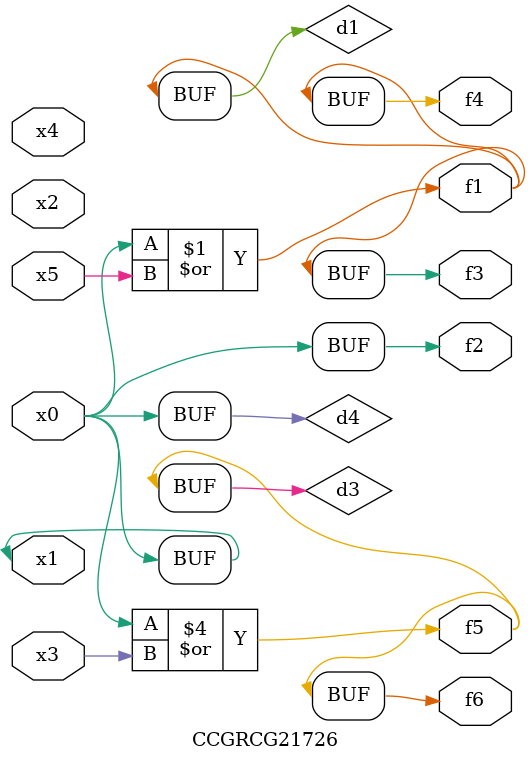
<source format=v>
module CCGRCG21726(
	input x0, x1, x2, x3, x4, x5,
	output f1, f2, f3, f4, f5, f6
);

	wire d1, d2, d3, d4;

	or (d1, x0, x5);
	xnor (d2, x1, x4);
	or (d3, x0, x3);
	buf (d4, x0, x1);
	assign f1 = d1;
	assign f2 = d4;
	assign f3 = d1;
	assign f4 = d1;
	assign f5 = d3;
	assign f6 = d3;
endmodule

</source>
